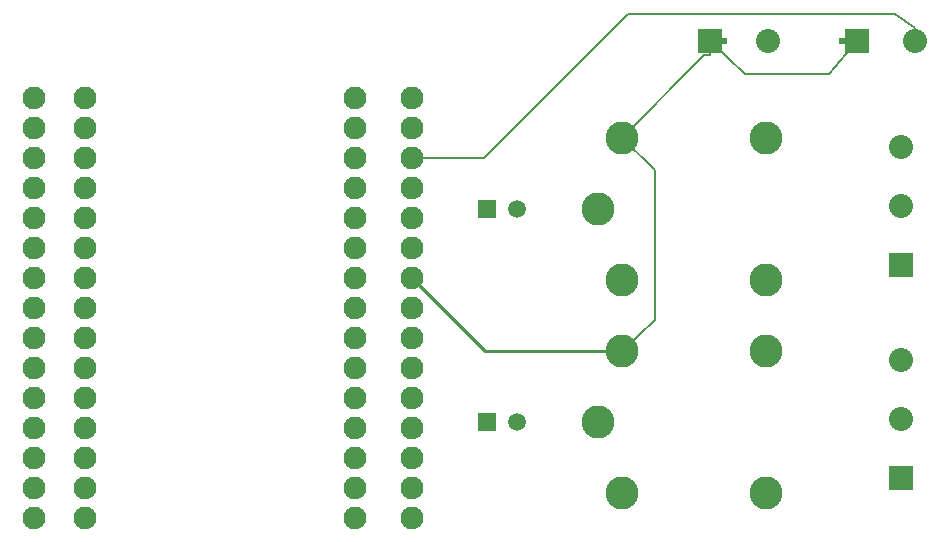
<source format=gbl>
G04 ---------------------------- Layer name :BOTTOM LAYER*
G04 EasyEDA v5.8.22, Sun, 09 Dec 2018 14:58:16 GMT*
G04 d740bffd687a459e962a3d983056e966*
G04 Gerber Generator version 0.2*
G04 Scale: 100 percent, Rotated: No, Reflected: No *
G04 Dimensions in inches *
G04 leading zeros omitted , absolute positions ,2 integer and 4 decimal *
%FSLAX24Y24*%
%MOIN*%
G90*
G70D02*

%ADD10C,0.010000*%
%ADD11C,0.006000*%
%ADD12C,0.024400*%
%ADD13C,0.076000*%
%ADD14C,0.110000*%
%ADD15R,0.080000X0.080000*%
%ADD16C,0.080000*%
%ADD17R,0.060000X0.059055*%
%ADD18C,0.059055*%

%LPD*%
G54D10*
G01X13900Y11200D02*
G01X16338Y8761D01*
G01X20892Y8761D01*
G54D11*
G01X20892Y8761D02*
G01X22000Y9800D01*
G01X22000Y14800D01*
G01X20892Y15861D01*
G01X23819Y19100D02*
G01X23819Y18609D01*
G01X23819Y18609D02*
G01X23639Y18609D01*
G01X20892Y15861D01*
G01X30680Y19100D02*
G01X30680Y19519D01*
G01X30000Y20000D01*
G01X21100Y20000D01*
G01X16300Y15200D01*
G01X13900Y15200D01*
G01X23819Y19100D02*
G01X23819Y19080D01*
G01X25000Y18000D01*
G01X27800Y18000D01*
G01X28719Y19100D01*
G54D13*
G01X3000Y17200D03*
G01X3000Y16200D03*
G01X3000Y15200D03*
G01X3000Y14200D03*
G01X3000Y13200D03*
G01X3000Y12200D03*
G01X3000Y11200D03*
G01X3000Y10200D03*
G01X3000Y9200D03*
G01X3000Y8200D03*
G01X3000Y7200D03*
G01X3000Y6200D03*
G01X3000Y5200D03*
G01X3000Y4200D03*
G01X3000Y3200D03*
G01X12000Y17200D03*
G01X12000Y16200D03*
G01X12000Y15200D03*
G01X12000Y14200D03*
G01X12000Y13200D03*
G01X12000Y12200D03*
G01X12000Y11200D03*
G01X12000Y10200D03*
G01X12000Y9200D03*
G01X12000Y8200D03*
G01X12000Y7200D03*
G01X12000Y6200D03*
G01X12000Y5200D03*
G01X12000Y4200D03*
G01X12000Y3200D03*
G54D14*
G01X25695Y11138D03*
G01X20104Y13500D03*
G01X20891Y15861D03*
G01X20891Y11138D03*
G01X25695Y15861D03*
G01X25695Y4038D03*
G01X20104Y6400D03*
G01X20891Y8761D03*
G01X20891Y4038D03*
G01X25695Y8761D03*
G54D15*
G01X30200Y11630D03*
G54D16*
G01X30200Y13600D03*
G01X30200Y15569D03*
G54D15*
G01X30200Y4530D03*
G54D16*
G01X30200Y6500D03*
G01X30200Y8469D03*
G54D15*
G01X28719Y19100D03*
G54D16*
G01X30680Y19100D03*
G54D15*
G01X23819Y19100D03*
G54D16*
G01X25780Y19100D03*
G54D17*
G01X16400Y6400D03*
G54D18*
G01X17400Y6400D03*
G54D17*
G01X16400Y13500D03*
G54D18*
G01X17400Y13500D03*
G54D13*
G01X1300Y15200D03*
G01X1300Y16200D03*
G01X1300Y14200D03*
G01X1300Y13200D03*
G01X1300Y12200D03*
G01X1300Y11200D03*
G01X1300Y10200D03*
G01X1300Y9200D03*
G01X1300Y8200D03*
G01X1300Y7200D03*
G01X1300Y6200D03*
G01X1300Y5200D03*
G01X1300Y4200D03*
G01X1300Y3200D03*
G01X1300Y17200D03*
G01X13900Y17200D03*
G01X13900Y16200D03*
G01X13900Y15200D03*
G01X13900Y14200D03*
G01X13900Y13200D03*
G01X13900Y12200D03*
G01X13900Y11200D03*
G01X13900Y10200D03*
G01X13900Y9200D03*
G01X13900Y8200D03*
G01X13900Y7200D03*
G01X13900Y6200D03*
G01X13900Y5200D03*
G01X13900Y4200D03*
G01X13900Y3200D03*
G54D12*
G01X28228Y19100D03*
G01X24310Y19100D03*
M00*
M02*

</source>
